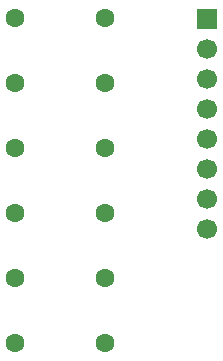
<source format=gbr>
%TF.GenerationSoftware,KiCad,Pcbnew,9.0.6*%
%TF.CreationDate,2025-11-25T21:03:32+00:00*%
%TF.ProjectId,sensor,73656e73-6f72-42e6-9b69-6361645f7063,rev?*%
%TF.SameCoordinates,Original*%
%TF.FileFunction,Soldermask,Bot*%
%TF.FilePolarity,Negative*%
%FSLAX46Y46*%
G04 Gerber Fmt 4.6, Leading zero omitted, Abs format (unit mm)*
G04 Created by KiCad (PCBNEW 9.0.6) date 2025-11-25 21:03:32*
%MOMM*%
%LPD*%
G01*
G04 APERTURE LIST*
%ADD10R,1.700000X1.700000*%
%ADD11C,1.700000*%
%ADD12C,1.600000*%
G04 APERTURE END LIST*
D10*
%TO.C,J1*%
X68500000Y-39610000D03*
D11*
X68500000Y-42150000D03*
X68500000Y-44690000D03*
X68500000Y-47230000D03*
X68500000Y-49770000D03*
X68500000Y-52310000D03*
X68500000Y-54850000D03*
X68500000Y-57390000D03*
%TD*%
D12*
%TO.C,R6*%
X52190000Y-67000000D03*
X59810000Y-67000000D03*
%TD*%
%TO.C,R5*%
X52190000Y-61500000D03*
X59810000Y-61500000D03*
%TD*%
%TO.C,R4*%
X52190000Y-56000000D03*
X59810000Y-56000000D03*
%TD*%
%TO.C,R3*%
X52190000Y-50500000D03*
X59810000Y-50500000D03*
%TD*%
%TO.C,R2*%
X52190000Y-45000000D03*
X59810000Y-45000000D03*
%TD*%
%TO.C,R1*%
X52190000Y-39500000D03*
X59810000Y-39500000D03*
%TD*%
M02*

</source>
